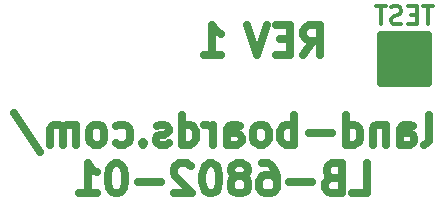
<source format=gbo>
G04 #@! TF.GenerationSoftware,KiCad,Pcbnew,(7.0.0)*
G04 #@! TF.CreationDate,2024-08-24T13:41:39-04:00*
G04 #@! TF.ProjectId,LB-6802-01,4c422d36-3830-4322-9d30-312e6b696361,2*
G04 #@! TF.SameCoordinates,Original*
G04 #@! TF.FileFunction,Legend,Bot*
G04 #@! TF.FilePolarity,Positive*
%FSLAX46Y46*%
G04 Gerber Fmt 4.6, Leading zero omitted, Abs format (unit mm)*
G04 Created by KiCad (PCBNEW (7.0.0)) date 2024-08-24 13:41:39*
%MOMM*%
%LPD*%
G01*
G04 APERTURE LIST*
%ADD10C,0.635000*%
%ADD11C,0.304800*%
%ADD12C,0.650000*%
G04 APERTURE END LIST*
D10*
X171425807Y-141115747D02*
X171667712Y-140994795D01*
X171667712Y-140994795D02*
X171788665Y-140752890D01*
X171788665Y-140752890D02*
X171788665Y-138575747D01*
X169369617Y-141115747D02*
X169369617Y-139785271D01*
X169369617Y-139785271D02*
X169490570Y-139543366D01*
X169490570Y-139543366D02*
X169732474Y-139422414D01*
X169732474Y-139422414D02*
X170216284Y-139422414D01*
X170216284Y-139422414D02*
X170458189Y-139543366D01*
X169369617Y-140994795D02*
X169611522Y-141115747D01*
X169611522Y-141115747D02*
X170216284Y-141115747D01*
X170216284Y-141115747D02*
X170458189Y-140994795D01*
X170458189Y-140994795D02*
X170579141Y-140752890D01*
X170579141Y-140752890D02*
X170579141Y-140510985D01*
X170579141Y-140510985D02*
X170458189Y-140269080D01*
X170458189Y-140269080D02*
X170216284Y-140148128D01*
X170216284Y-140148128D02*
X169611522Y-140148128D01*
X169611522Y-140148128D02*
X169369617Y-140027176D01*
X168160094Y-139422414D02*
X168160094Y-141115747D01*
X168160094Y-139664319D02*
X168039141Y-139543366D01*
X168039141Y-139543366D02*
X167797236Y-139422414D01*
X167797236Y-139422414D02*
X167434379Y-139422414D01*
X167434379Y-139422414D02*
X167192475Y-139543366D01*
X167192475Y-139543366D02*
X167071522Y-139785271D01*
X167071522Y-139785271D02*
X167071522Y-141115747D01*
X164773427Y-141115747D02*
X164773427Y-138575747D01*
X164773427Y-140994795D02*
X165015332Y-141115747D01*
X165015332Y-141115747D02*
X165499141Y-141115747D01*
X165499141Y-141115747D02*
X165741046Y-140994795D01*
X165741046Y-140994795D02*
X165861999Y-140873842D01*
X165861999Y-140873842D02*
X165982951Y-140631938D01*
X165982951Y-140631938D02*
X165982951Y-139906223D01*
X165982951Y-139906223D02*
X165861999Y-139664319D01*
X165861999Y-139664319D02*
X165741046Y-139543366D01*
X165741046Y-139543366D02*
X165499141Y-139422414D01*
X165499141Y-139422414D02*
X165015332Y-139422414D01*
X165015332Y-139422414D02*
X164773427Y-139543366D01*
X163563904Y-140148128D02*
X161628666Y-140148128D01*
X160419142Y-141115747D02*
X160419142Y-138575747D01*
X160419142Y-139543366D02*
X160177237Y-139422414D01*
X160177237Y-139422414D02*
X159693427Y-139422414D01*
X159693427Y-139422414D02*
X159451523Y-139543366D01*
X159451523Y-139543366D02*
X159330570Y-139664319D01*
X159330570Y-139664319D02*
X159209618Y-139906223D01*
X159209618Y-139906223D02*
X159209618Y-140631938D01*
X159209618Y-140631938D02*
X159330570Y-140873842D01*
X159330570Y-140873842D02*
X159451523Y-140994795D01*
X159451523Y-140994795D02*
X159693427Y-141115747D01*
X159693427Y-141115747D02*
X160177237Y-141115747D01*
X160177237Y-141115747D02*
X160419142Y-140994795D01*
X157758189Y-141115747D02*
X158000094Y-140994795D01*
X158000094Y-140994795D02*
X158121047Y-140873842D01*
X158121047Y-140873842D02*
X158241999Y-140631938D01*
X158241999Y-140631938D02*
X158241999Y-139906223D01*
X158241999Y-139906223D02*
X158121047Y-139664319D01*
X158121047Y-139664319D02*
X158000094Y-139543366D01*
X158000094Y-139543366D02*
X157758189Y-139422414D01*
X157758189Y-139422414D02*
X157395332Y-139422414D01*
X157395332Y-139422414D02*
X157153428Y-139543366D01*
X157153428Y-139543366D02*
X157032475Y-139664319D01*
X157032475Y-139664319D02*
X156911523Y-139906223D01*
X156911523Y-139906223D02*
X156911523Y-140631938D01*
X156911523Y-140631938D02*
X157032475Y-140873842D01*
X157032475Y-140873842D02*
X157153428Y-140994795D01*
X157153428Y-140994795D02*
X157395332Y-141115747D01*
X157395332Y-141115747D02*
X157758189Y-141115747D01*
X154734380Y-141115747D02*
X154734380Y-139785271D01*
X154734380Y-139785271D02*
X154855333Y-139543366D01*
X154855333Y-139543366D02*
X155097237Y-139422414D01*
X155097237Y-139422414D02*
X155581047Y-139422414D01*
X155581047Y-139422414D02*
X155822952Y-139543366D01*
X154734380Y-140994795D02*
X154976285Y-141115747D01*
X154976285Y-141115747D02*
X155581047Y-141115747D01*
X155581047Y-141115747D02*
X155822952Y-140994795D01*
X155822952Y-140994795D02*
X155943904Y-140752890D01*
X155943904Y-140752890D02*
X155943904Y-140510985D01*
X155943904Y-140510985D02*
X155822952Y-140269080D01*
X155822952Y-140269080D02*
X155581047Y-140148128D01*
X155581047Y-140148128D02*
X154976285Y-140148128D01*
X154976285Y-140148128D02*
X154734380Y-140027176D01*
X153524857Y-141115747D02*
X153524857Y-139422414D01*
X153524857Y-139906223D02*
X153403904Y-139664319D01*
X153403904Y-139664319D02*
X153282952Y-139543366D01*
X153282952Y-139543366D02*
X153041047Y-139422414D01*
X153041047Y-139422414D02*
X152799142Y-139422414D01*
X150863904Y-141115747D02*
X150863904Y-138575747D01*
X150863904Y-140994795D02*
X151105809Y-141115747D01*
X151105809Y-141115747D02*
X151589618Y-141115747D01*
X151589618Y-141115747D02*
X151831523Y-140994795D01*
X151831523Y-140994795D02*
X151952476Y-140873842D01*
X151952476Y-140873842D02*
X152073428Y-140631938D01*
X152073428Y-140631938D02*
X152073428Y-139906223D01*
X152073428Y-139906223D02*
X151952476Y-139664319D01*
X151952476Y-139664319D02*
X151831523Y-139543366D01*
X151831523Y-139543366D02*
X151589618Y-139422414D01*
X151589618Y-139422414D02*
X151105809Y-139422414D01*
X151105809Y-139422414D02*
X150863904Y-139543366D01*
X149775333Y-140994795D02*
X149533428Y-141115747D01*
X149533428Y-141115747D02*
X149049619Y-141115747D01*
X149049619Y-141115747D02*
X148807714Y-140994795D01*
X148807714Y-140994795D02*
X148686762Y-140752890D01*
X148686762Y-140752890D02*
X148686762Y-140631938D01*
X148686762Y-140631938D02*
X148807714Y-140390033D01*
X148807714Y-140390033D02*
X149049619Y-140269080D01*
X149049619Y-140269080D02*
X149412476Y-140269080D01*
X149412476Y-140269080D02*
X149654381Y-140148128D01*
X149654381Y-140148128D02*
X149775333Y-139906223D01*
X149775333Y-139906223D02*
X149775333Y-139785271D01*
X149775333Y-139785271D02*
X149654381Y-139543366D01*
X149654381Y-139543366D02*
X149412476Y-139422414D01*
X149412476Y-139422414D02*
X149049619Y-139422414D01*
X149049619Y-139422414D02*
X148807714Y-139543366D01*
X147598191Y-140873842D02*
X147477238Y-140994795D01*
X147477238Y-140994795D02*
X147598191Y-141115747D01*
X147598191Y-141115747D02*
X147719143Y-140994795D01*
X147719143Y-140994795D02*
X147598191Y-140873842D01*
X147598191Y-140873842D02*
X147598191Y-141115747D01*
X145300095Y-140994795D02*
X145542000Y-141115747D01*
X145542000Y-141115747D02*
X146025809Y-141115747D01*
X146025809Y-141115747D02*
X146267714Y-140994795D01*
X146267714Y-140994795D02*
X146388667Y-140873842D01*
X146388667Y-140873842D02*
X146509619Y-140631938D01*
X146509619Y-140631938D02*
X146509619Y-139906223D01*
X146509619Y-139906223D02*
X146388667Y-139664319D01*
X146388667Y-139664319D02*
X146267714Y-139543366D01*
X146267714Y-139543366D02*
X146025809Y-139422414D01*
X146025809Y-139422414D02*
X145542000Y-139422414D01*
X145542000Y-139422414D02*
X145300095Y-139543366D01*
X143848666Y-141115747D02*
X144090571Y-140994795D01*
X144090571Y-140994795D02*
X144211524Y-140873842D01*
X144211524Y-140873842D02*
X144332476Y-140631938D01*
X144332476Y-140631938D02*
X144332476Y-139906223D01*
X144332476Y-139906223D02*
X144211524Y-139664319D01*
X144211524Y-139664319D02*
X144090571Y-139543366D01*
X144090571Y-139543366D02*
X143848666Y-139422414D01*
X143848666Y-139422414D02*
X143485809Y-139422414D01*
X143485809Y-139422414D02*
X143243905Y-139543366D01*
X143243905Y-139543366D02*
X143122952Y-139664319D01*
X143122952Y-139664319D02*
X143002000Y-139906223D01*
X143002000Y-139906223D02*
X143002000Y-140631938D01*
X143002000Y-140631938D02*
X143122952Y-140873842D01*
X143122952Y-140873842D02*
X143243905Y-140994795D01*
X143243905Y-140994795D02*
X143485809Y-141115747D01*
X143485809Y-141115747D02*
X143848666Y-141115747D01*
X141913429Y-141115747D02*
X141913429Y-139422414D01*
X141913429Y-139664319D02*
X141792476Y-139543366D01*
X141792476Y-139543366D02*
X141550571Y-139422414D01*
X141550571Y-139422414D02*
X141187714Y-139422414D01*
X141187714Y-139422414D02*
X140945810Y-139543366D01*
X140945810Y-139543366D02*
X140824857Y-139785271D01*
X140824857Y-139785271D02*
X140824857Y-141115747D01*
X140824857Y-139785271D02*
X140703905Y-139543366D01*
X140703905Y-139543366D02*
X140462000Y-139422414D01*
X140462000Y-139422414D02*
X140099143Y-139422414D01*
X140099143Y-139422414D02*
X139857238Y-139543366D01*
X139857238Y-139543366D02*
X139736286Y-139785271D01*
X139736286Y-139785271D02*
X139736286Y-141115747D01*
X136712476Y-138454795D02*
X138889619Y-141720509D01*
X165317715Y-145230547D02*
X166527239Y-145230547D01*
X166527239Y-145230547D02*
X166527239Y-142690547D01*
X163624382Y-143900071D02*
X163261525Y-144021023D01*
X163261525Y-144021023D02*
X163140572Y-144141976D01*
X163140572Y-144141976D02*
X163019620Y-144383880D01*
X163019620Y-144383880D02*
X163019620Y-144746738D01*
X163019620Y-144746738D02*
X163140572Y-144988642D01*
X163140572Y-144988642D02*
X163261525Y-145109595D01*
X163261525Y-145109595D02*
X163503430Y-145230547D01*
X163503430Y-145230547D02*
X164471049Y-145230547D01*
X164471049Y-145230547D02*
X164471049Y-142690547D01*
X164471049Y-142690547D02*
X163624382Y-142690547D01*
X163624382Y-142690547D02*
X163382477Y-142811500D01*
X163382477Y-142811500D02*
X163261525Y-142932452D01*
X163261525Y-142932452D02*
X163140572Y-143174357D01*
X163140572Y-143174357D02*
X163140572Y-143416261D01*
X163140572Y-143416261D02*
X163261525Y-143658166D01*
X163261525Y-143658166D02*
X163382477Y-143779119D01*
X163382477Y-143779119D02*
X163624382Y-143900071D01*
X163624382Y-143900071D02*
X164471049Y-143900071D01*
X161931049Y-144262928D02*
X159995811Y-144262928D01*
X157697715Y-142690547D02*
X158181525Y-142690547D01*
X158181525Y-142690547D02*
X158423429Y-142811500D01*
X158423429Y-142811500D02*
X158544382Y-142932452D01*
X158544382Y-142932452D02*
X158786287Y-143295309D01*
X158786287Y-143295309D02*
X158907239Y-143779119D01*
X158907239Y-143779119D02*
X158907239Y-144746738D01*
X158907239Y-144746738D02*
X158786287Y-144988642D01*
X158786287Y-144988642D02*
X158665334Y-145109595D01*
X158665334Y-145109595D02*
X158423429Y-145230547D01*
X158423429Y-145230547D02*
X157939620Y-145230547D01*
X157939620Y-145230547D02*
X157697715Y-145109595D01*
X157697715Y-145109595D02*
X157576763Y-144988642D01*
X157576763Y-144988642D02*
X157455810Y-144746738D01*
X157455810Y-144746738D02*
X157455810Y-144141976D01*
X157455810Y-144141976D02*
X157576763Y-143900071D01*
X157576763Y-143900071D02*
X157697715Y-143779119D01*
X157697715Y-143779119D02*
X157939620Y-143658166D01*
X157939620Y-143658166D02*
X158423429Y-143658166D01*
X158423429Y-143658166D02*
X158665334Y-143779119D01*
X158665334Y-143779119D02*
X158786287Y-143900071D01*
X158786287Y-143900071D02*
X158907239Y-144141976D01*
X156004381Y-143779119D02*
X156246286Y-143658166D01*
X156246286Y-143658166D02*
X156367239Y-143537214D01*
X156367239Y-143537214D02*
X156488191Y-143295309D01*
X156488191Y-143295309D02*
X156488191Y-143174357D01*
X156488191Y-143174357D02*
X156367239Y-142932452D01*
X156367239Y-142932452D02*
X156246286Y-142811500D01*
X156246286Y-142811500D02*
X156004381Y-142690547D01*
X156004381Y-142690547D02*
X155520572Y-142690547D01*
X155520572Y-142690547D02*
X155278667Y-142811500D01*
X155278667Y-142811500D02*
X155157715Y-142932452D01*
X155157715Y-142932452D02*
X155036762Y-143174357D01*
X155036762Y-143174357D02*
X155036762Y-143295309D01*
X155036762Y-143295309D02*
X155157715Y-143537214D01*
X155157715Y-143537214D02*
X155278667Y-143658166D01*
X155278667Y-143658166D02*
X155520572Y-143779119D01*
X155520572Y-143779119D02*
X156004381Y-143779119D01*
X156004381Y-143779119D02*
X156246286Y-143900071D01*
X156246286Y-143900071D02*
X156367239Y-144021023D01*
X156367239Y-144021023D02*
X156488191Y-144262928D01*
X156488191Y-144262928D02*
X156488191Y-144746738D01*
X156488191Y-144746738D02*
X156367239Y-144988642D01*
X156367239Y-144988642D02*
X156246286Y-145109595D01*
X156246286Y-145109595D02*
X156004381Y-145230547D01*
X156004381Y-145230547D02*
X155520572Y-145230547D01*
X155520572Y-145230547D02*
X155278667Y-145109595D01*
X155278667Y-145109595D02*
X155157715Y-144988642D01*
X155157715Y-144988642D02*
X155036762Y-144746738D01*
X155036762Y-144746738D02*
X155036762Y-144262928D01*
X155036762Y-144262928D02*
X155157715Y-144021023D01*
X155157715Y-144021023D02*
X155278667Y-143900071D01*
X155278667Y-143900071D02*
X155520572Y-143779119D01*
X153464381Y-142690547D02*
X153222476Y-142690547D01*
X153222476Y-142690547D02*
X152980572Y-142811500D01*
X152980572Y-142811500D02*
X152859619Y-142932452D01*
X152859619Y-142932452D02*
X152738667Y-143174357D01*
X152738667Y-143174357D02*
X152617714Y-143658166D01*
X152617714Y-143658166D02*
X152617714Y-144262928D01*
X152617714Y-144262928D02*
X152738667Y-144746738D01*
X152738667Y-144746738D02*
X152859619Y-144988642D01*
X152859619Y-144988642D02*
X152980572Y-145109595D01*
X152980572Y-145109595D02*
X153222476Y-145230547D01*
X153222476Y-145230547D02*
X153464381Y-145230547D01*
X153464381Y-145230547D02*
X153706286Y-145109595D01*
X153706286Y-145109595D02*
X153827238Y-144988642D01*
X153827238Y-144988642D02*
X153948191Y-144746738D01*
X153948191Y-144746738D02*
X154069143Y-144262928D01*
X154069143Y-144262928D02*
X154069143Y-143658166D01*
X154069143Y-143658166D02*
X153948191Y-143174357D01*
X153948191Y-143174357D02*
X153827238Y-142932452D01*
X153827238Y-142932452D02*
X153706286Y-142811500D01*
X153706286Y-142811500D02*
X153464381Y-142690547D01*
X151650095Y-142932452D02*
X151529143Y-142811500D01*
X151529143Y-142811500D02*
X151287238Y-142690547D01*
X151287238Y-142690547D02*
X150682476Y-142690547D01*
X150682476Y-142690547D02*
X150440571Y-142811500D01*
X150440571Y-142811500D02*
X150319619Y-142932452D01*
X150319619Y-142932452D02*
X150198666Y-143174357D01*
X150198666Y-143174357D02*
X150198666Y-143416261D01*
X150198666Y-143416261D02*
X150319619Y-143779119D01*
X150319619Y-143779119D02*
X151771047Y-145230547D01*
X151771047Y-145230547D02*
X150198666Y-145230547D01*
X149110095Y-144262928D02*
X147174857Y-144262928D01*
X145481523Y-142690547D02*
X145239618Y-142690547D01*
X145239618Y-142690547D02*
X144997714Y-142811500D01*
X144997714Y-142811500D02*
X144876761Y-142932452D01*
X144876761Y-142932452D02*
X144755809Y-143174357D01*
X144755809Y-143174357D02*
X144634856Y-143658166D01*
X144634856Y-143658166D02*
X144634856Y-144262928D01*
X144634856Y-144262928D02*
X144755809Y-144746738D01*
X144755809Y-144746738D02*
X144876761Y-144988642D01*
X144876761Y-144988642D02*
X144997714Y-145109595D01*
X144997714Y-145109595D02*
X145239618Y-145230547D01*
X145239618Y-145230547D02*
X145481523Y-145230547D01*
X145481523Y-145230547D02*
X145723428Y-145109595D01*
X145723428Y-145109595D02*
X145844380Y-144988642D01*
X145844380Y-144988642D02*
X145965333Y-144746738D01*
X145965333Y-144746738D02*
X146086285Y-144262928D01*
X146086285Y-144262928D02*
X146086285Y-143658166D01*
X146086285Y-143658166D02*
X145965333Y-143174357D01*
X145965333Y-143174357D02*
X145844380Y-142932452D01*
X145844380Y-142932452D02*
X145723428Y-142811500D01*
X145723428Y-142811500D02*
X145481523Y-142690547D01*
X142215808Y-145230547D02*
X143667237Y-145230547D01*
X142941523Y-145230547D02*
X142941523Y-142690547D01*
X142941523Y-142690547D02*
X143183427Y-143053404D01*
X143183427Y-143053404D02*
X143425332Y-143295309D01*
X143425332Y-143295309D02*
X143667237Y-143416261D01*
X161156952Y-133521147D02*
X162003619Y-132311623D01*
X162608381Y-133521147D02*
X162608381Y-130981147D01*
X162608381Y-130981147D02*
X161640762Y-130981147D01*
X161640762Y-130981147D02*
X161398857Y-131102100D01*
X161398857Y-131102100D02*
X161277904Y-131223052D01*
X161277904Y-131223052D02*
X161156952Y-131464957D01*
X161156952Y-131464957D02*
X161156952Y-131827814D01*
X161156952Y-131827814D02*
X161277904Y-132069719D01*
X161277904Y-132069719D02*
X161398857Y-132190671D01*
X161398857Y-132190671D02*
X161640762Y-132311623D01*
X161640762Y-132311623D02*
X162608381Y-132311623D01*
X160068381Y-132190671D02*
X159221714Y-132190671D01*
X158858857Y-133521147D02*
X160068381Y-133521147D01*
X160068381Y-133521147D02*
X160068381Y-130981147D01*
X160068381Y-130981147D02*
X158858857Y-130981147D01*
X158133143Y-130981147D02*
X157286476Y-133521147D01*
X157286476Y-133521147D02*
X156439809Y-130981147D01*
X152738666Y-133521147D02*
X154190095Y-133521147D01*
X153464381Y-133521147D02*
X153464381Y-130981147D01*
X153464381Y-130981147D02*
X153706285Y-131344004D01*
X153706285Y-131344004D02*
X153948190Y-131585909D01*
X153948190Y-131585909D02*
X154190095Y-131706861D01*
D11*
X172153943Y-129393888D02*
X171283086Y-129393888D01*
X171718514Y-130917888D02*
X171718514Y-129393888D01*
X170775085Y-130119602D02*
X170267085Y-130119602D01*
X170049371Y-130917888D02*
X170775085Y-130917888D01*
X170775085Y-130917888D02*
X170775085Y-129393888D01*
X170775085Y-129393888D02*
X170049371Y-129393888D01*
X169468800Y-130845317D02*
X169251086Y-130917888D01*
X169251086Y-130917888D02*
X168888228Y-130917888D01*
X168888228Y-130917888D02*
X168743086Y-130845317D01*
X168743086Y-130845317D02*
X168670514Y-130772745D01*
X168670514Y-130772745D02*
X168597943Y-130627602D01*
X168597943Y-130627602D02*
X168597943Y-130482460D01*
X168597943Y-130482460D02*
X168670514Y-130337317D01*
X168670514Y-130337317D02*
X168743086Y-130264745D01*
X168743086Y-130264745D02*
X168888228Y-130192174D01*
X168888228Y-130192174D02*
X169178514Y-130119602D01*
X169178514Y-130119602D02*
X169323657Y-130047031D01*
X169323657Y-130047031D02*
X169396228Y-129974460D01*
X169396228Y-129974460D02*
X169468800Y-129829317D01*
X169468800Y-129829317D02*
X169468800Y-129684174D01*
X169468800Y-129684174D02*
X169396228Y-129539031D01*
X169396228Y-129539031D02*
X169323657Y-129466460D01*
X169323657Y-129466460D02*
X169178514Y-129393888D01*
X169178514Y-129393888D02*
X168815657Y-129393888D01*
X168815657Y-129393888D02*
X168597943Y-129466460D01*
X168162514Y-129393888D02*
X167291657Y-129393888D01*
X167727085Y-130917888D02*
X167727085Y-129393888D01*
D12*
X167722800Y-131858000D02*
X167722800Y-132358000D01*
X167722800Y-131858000D02*
X171722800Y-131858000D01*
X167722800Y-132358000D02*
X171722800Y-132358000D01*
X167722800Y-132858000D02*
X167722800Y-133358000D01*
X167722800Y-133358000D02*
X171722800Y-133358000D01*
X167722800Y-133858000D02*
X167722800Y-134358000D01*
X167722800Y-134358000D02*
X171222800Y-134358000D01*
X167722800Y-134858000D02*
X167722800Y-135358000D01*
X167722800Y-135358000D02*
X171722800Y-135358000D01*
X167722800Y-135858000D02*
X167722800Y-131858000D01*
X171222800Y-134358000D02*
X171722800Y-134358000D01*
X171722800Y-131858000D02*
X171722800Y-135858000D01*
X171722800Y-132358000D02*
X171722800Y-132858000D01*
X171722800Y-132858000D02*
X167722800Y-132858000D01*
X171722800Y-133358000D02*
X171722800Y-133858000D01*
X171722800Y-133858000D02*
X167722800Y-133858000D01*
X171722800Y-134358000D02*
X171722800Y-134858000D01*
X171722800Y-134858000D02*
X167722800Y-134858000D01*
X171722800Y-135858000D02*
X167722800Y-135858000D01*
M02*

</source>
